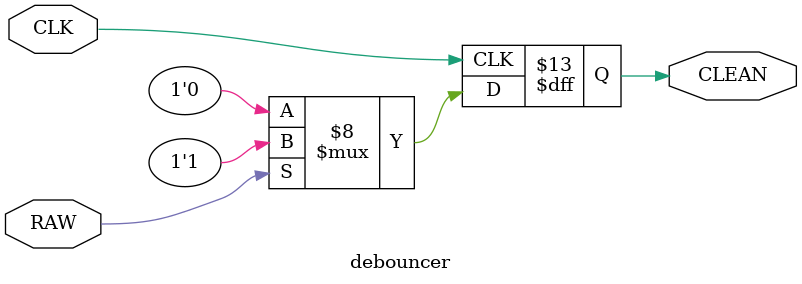
<source format=v>
`timescale 1ns / 1ps


module debouncer(input RAW, input CLK, output reg CLEAN);
    reg [2:0] counter;
    wire TC;
    
    always @ (posedge CLK) begin
        if(~RAW)
            counter <= 3'b000;
        else
            counter <= counter + 3'b001;       
    end
        
    assign TC = (counter == 3'b111);
    
    always @ (posedge CLK) begin
        if(~RAW)
            CLEAN <= 1'b0;
        else
            CLEAN <= 1'b1;      
    end
        
        
endmodule

</source>
